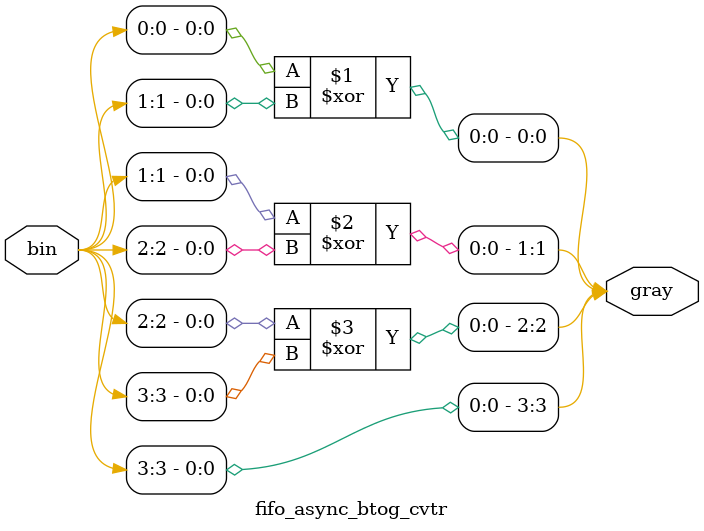
<source format=v>
`timescale 1ns / 1ps


module fifo_async_btog_cvtr #(
    parameter WIDTH = 4
) ( 
    input  [WIDTH-1:0] bin,
    output [WIDTH-1:0] gray
    );

  genvar i;
  generate
    for(i = 0; i < WIDTH-1; i = i + 1) begin
      assign gray[i] = bin[i] ^ bin[i+1];
    end
  endgenerate

  assign gray[WIDTH-1] = bin[WIDTH-1];

endmodule


</source>
